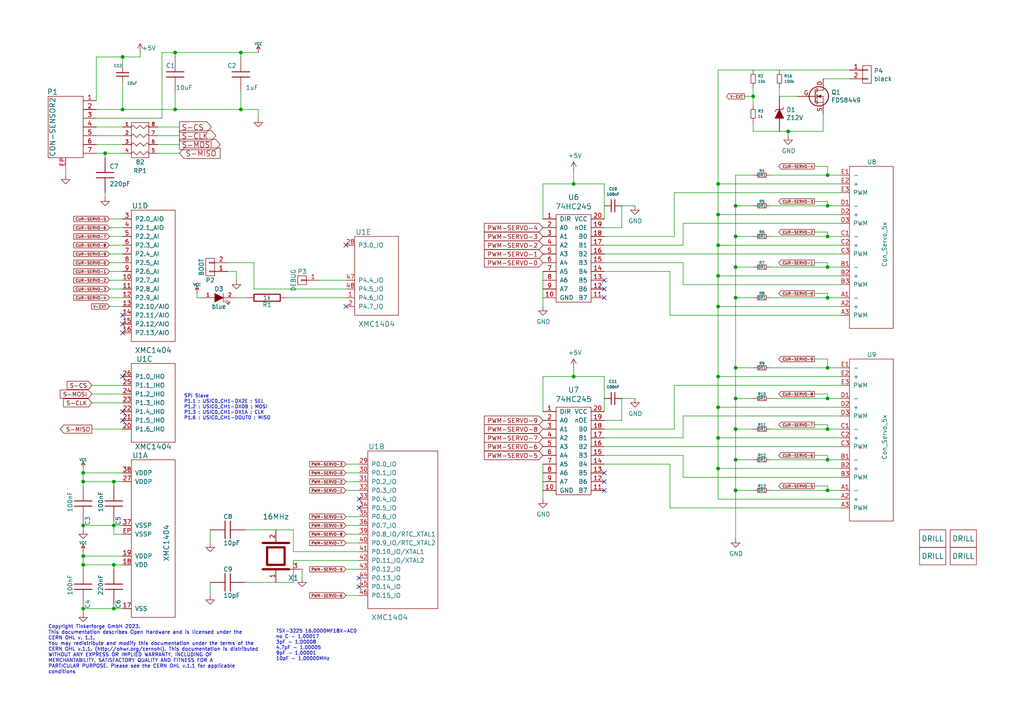
<source format=kicad_sch>
(kicad_sch (version 20230121) (generator eeschema)
  (paper "A4")
  (title_block (title "Servo Bricklet") (date "2023-01-25") (rev "2.0") (company "Tinkerforge GmbH") (comment 1 "Licensed under CERN OHL v.1.1") (comment 2 "Copyright (©) 2023, T.Schneidermann <tim@tinkerforge.com>"))
  (lib_symbols
    (symbol "tinkerforge:+5V" (power) (pin_names (offset 0))
      (property "Value" "+5V" (at 0 3.556 0))
      (symbol "+5V_1_1"
        (pin power_in line (at 0 0 90) (length 0) hide (name "+5V") (number "1"))
      )
    )
    (symbol "tinkerforge:74LVC245" (pin_names (offset 1.016))
      (property "Reference" "U" (at -3.81 13.97 0))
      (property "Value" "74LVC245" (at 0 -13.97 0))
      (symbol "74LVC245_1_1"
        (pin passive line (at -8.89 11.43 0) (length 3.81) (name "DIR") (number "1"))
        (pin passive line (at -8.89 -11.43 0) (length 3.81) (name "GND") (number "10"))
        (pin passive line (at 8.89 -11.43 180) (length 3.81) (name "B7") (number "11"))
        (pin passive line (at 8.89 -8.89 180) (length 3.81) (name "B6") (number "12"))
        (pin passive line (at 8.89 -6.35 180) (length 3.81) (name "B5") (number "13"))
        (pin passive line (at 8.89 -3.81 180) (length 3.81) (name "B4") (number "14"))
        (pin passive line (at 8.89 -1.27 180) (length 3.81) (name "B3") (number "15"))
        (pin passive line (at 8.89 1.27 180) (length 3.81) (name "B2") (number "16"))
        (pin passive line (at 8.89 3.81 180) (length 3.81) (name "B1") (number "17"))
        (pin passive line (at 8.89 6.35 180) (length 3.81) (name "B0") (number "18"))
        (pin passive line (at 8.89 8.89 180) (length 3.81) (name "nOE") (number "19"))
        (pin passive line (at -8.89 8.89 0) (length 3.81) (name "A0") (number "2"))
        (pin passive line (at 8.89 11.43 180) (length 3.81) (name "VCC") (number "20"))
        (pin passive line (at -8.89 6.35 0) (length 3.81) (name "A1") (number "3"))
        (pin passive line (at -8.89 3.81 0) (length 3.81) (name "A2") (number "4"))
        (pin passive line (at -8.89 1.27 0) (length 3.81) (name "A3") (number "5"))
        (pin passive line (at -8.89 -1.27 0) (length 3.81) (name "A4") (number "6"))
        (pin passive line (at -8.89 -3.81 0) (length 3.81) (name "A5") (number "7"))
        (pin passive line (at -8.89 -6.35 0) (length 3.81) (name "A6") (number "8"))
        (pin passive line (at -8.89 -8.89 0) (length 3.81) (name "A7") (number "9"))
      )
    )
    (symbol "tinkerforge:C" (pin_numbers hide) (pin_names (offset 0.254))
      (property "Reference" "C" (at 1.27 2.54 0))
      (property "Value" "C" (at 1.27 -2.54 0))
      (symbol "C_1_1"
        (pin passive line (at 0 5.08 270) (length 4.318) (name "~") (number "1"))
        (pin passive line (at 0 -5.08 90) (length 4.318) (name "~") (number "2"))
      )
    )
    (symbol "tinkerforge:CON-SENSOR2" (pin_names (offset 1.016))
      (property "Reference" "P" (at -3.81 10.16 0))
      (property "Value" "CON-SENSOR2" (at 3.81 0 90))
      (symbol "CON-SENSOR2_1_1"
        (pin passive line (at -8.89 7.62 0) (length 3.81) (name "~") (number "1"))
        (pin passive line (at -8.89 5.08 0) (length 3.81) (name "~") (number "2"))
        (pin passive line (at -8.89 2.54 0) (length 3.81) (name "~") (number "3"))
        (pin passive line (at -8.89 0 0) (length 3.81) (name "~") (number "4"))
        (pin passive line (at -8.89 -2.54 0) (length 3.81) (name "~") (number "5"))
        (pin passive line (at -8.89 -5.08 0) (length 3.81) (name "~") (number "6"))
        (pin passive line (at -8.89 -7.62 0) (length 3.81) (name "~") (number "7"))
        (pin passive line (at 0 -11.43 90) (length 2.54) (name "~") (number "EP"))
      )
    )
    (symbol "tinkerforge:CONN_01X01" (pin_names (offset 1.016) hide)
      (property "Reference" "P" (at 0 2.54 0))
      (property "Value" "CONN_01X01" (at 2.54 0 90))
      (symbol "CONN_01X01_1_1"
        (pin passive line (at -5.08 0 0) (length 3.81) (name "P1") (number "1"))
      )
    )
    (symbol "tinkerforge:CONN_01X02" (pin_names (offset 1.016) hide)
      (property "Reference" "P" (at 0 3.81 0))
      (property "Value" "CONN_01X02" (at 2.54 0 90))
      (symbol "CONN_01X02_1_1"
        (pin passive line (at -5.08 1.27 0) (length 3.81) (name "P1") (number "1"))
        (pin passive line (at -5.08 -1.27 0) (length 3.81) (name "P2") (number "2"))
      )
    )
    (symbol "tinkerforge:CRYSTAL_3225" (pin_names (offset 1.016))
      (property "Reference" "X" (at -5.08 6.35 0))
      (property "Value" "CRYSTAL_3225" (at 6.35 -6.35 0))
      (symbol "CRYSTAL_3225_1_1"
        (pin passive line (at -7.62 0 0) (length 3.81) (name "~") (number "1"))
        (pin passive line (at 7.62 0 180) (length 3.81) (name "~") (number "2"))
        (pin passive line (at -3.81 -7.62 90) (length 3.81) (name "~") (number "3"))
      )
    )
    (symbol "tinkerforge:Con_Servo_5x" (pin_names (offset 1.016))
      (property "Reference" "U" (at 6.35 24.13 0))
      (property "Value" "Con_Servo_5x" (at 8.89 -1.27 90))
      (symbol "Con_Servo_5x_1_1"
        (pin input line (at -2.54 -15.24 0) (length 2.54) (name "-") (number "A1"))
        (pin input line (at -2.54 -17.78 0) (length 2.54) (name "+") (number "A2"))
        (pin input line (at -2.54 -20.32 0) (length 2.54) (name "PWM") (number "A3"))
        (pin input line (at -2.54 -6.35 0) (length 2.54) (name "-") (number "B1"))
        (pin input line (at -2.54 -8.89 0) (length 2.54) (name "+") (number "B2"))
        (pin input line (at -2.54 -11.43 0) (length 2.54) (name "PWM") (number "B3"))
        (pin input line (at -2.54 2.54 0) (length 2.54) (name "-") (number "C1"))
        (pin input line (at -2.54 0 0) (length 2.54) (name "+") (number "C2"))
        (pin input line (at -2.54 -2.54 0) (length 2.54) (name "PWM") (number "C3"))
        (pin input line (at -2.54 11.43 0) (length 2.54) (name "-") (number "D1"))
        (pin input line (at -2.54 8.89 0) (length 2.54) (name "+") (number "D2"))
        (pin input line (at -2.54 6.35 0) (length 2.54) (name "PWM") (number "D3"))
        (pin input line (at -2.54 20.32 0) (length 2.54) (name "-") (number "E1"))
        (pin input line (at -2.54 17.78 0) (length 2.54) (name "+") (number "E2"))
        (pin input line (at -2.54 15.24 0) (length 2.54) (name "PWM") (number "E3"))
      )
    )
    (symbol "tinkerforge:Cs" (pin_numbers hide) (pin_names (offset 0.254))
      (property "Reference" "C" (at 0.635 1.905 0))
      (property "Value" "Cs" (at 0.635 -1.905 0))
      (symbol "Cs_1_1"
        (pin passive line (at 0 2.54 270) (length 2.0066) (name "~") (number "1"))
        (pin passive line (at 0 -2.54 90) (length 2.0066) (name "~") (number "2"))
      )
    )
    (symbol "tinkerforge:DRILL" (pin_numbers hide) (pin_names (offset 0) hide)
      (property "Value" "DRILL" (at 0 0 0))
    )
    (symbol "tinkerforge:GND" (power) (pin_names (offset 0))
      (property "Value" "GND" (at 0 -5.08 0))
      (symbol "GND_1_1"
        (pin power_in line (at 0 0 270) (length 0) hide (name "GND") (number "1"))
      )
    )
    (symbol "tinkerforge:LED" (pin_names (offset 1.016) hide)
      (property "Reference" "D" (at 0 2.54 0))
      (property "Value" "LED" (at 0 -2.54 0))
      (symbol "LED_1_1"
        (pin passive line (at -5.08 0 0) (length 3.81) (name "A") (number "1"))
        (pin passive line (at 5.08 0 180) (length 3.81) (name "K") (number "2"))
      )
    )
    (symbol "tinkerforge:MOSFET_N_CH" (pin_names (offset 0) hide)
      (property "Reference" "Q" (at 7.62 1.27 0))
      (property "Value" "MOSFET_N_CH" (at 17.78 -1.27 0))
      (symbol "MOSFET_N_CH_1_1"
        (pin passive line (at 2.54 5.08 270) (length 2.54) (name "D") (number "D"))
        (pin input line (at -5.08 0 0) (length 5.334) (name "G") (number "G"))
        (pin passive line (at 2.54 -5.08 90) (length 2.54) (name "S") (number "S"))
      )
    )
    (symbol "tinkerforge:R" (pin_numbers hide) (pin_names (offset 0))
      (property "Reference" "R" (at 2.032 0 90))
      (property "Value" "R" (at 0 0 90))
      (symbol "R_1_1"
        (pin passive line (at 0 6.35 270) (length 2.54) (name "~") (number "1"))
        (pin passive line (at 0 -6.35 90) (length 2.54) (name "~") (number "2"))
      )
    )
    (symbol "tinkerforge:R_PACK4" (pin_names hide)
      (property "Reference" "RP" (at 0 11.43 0))
      (property "Value" "R_PACK4" (at 0 -1.27 0))
      (symbol "R_PACK4_1_1"
        (pin passive line (at -5.08 8.89 0) (length 2.54) (name "P1") (number "1"))
        (pin passive line (at -5.08 6.35 0) (length 2.54) (name "P2") (number "2"))
        (pin passive line (at -5.08 3.81 0) (length 2.54) (name "P3") (number "3"))
        (pin passive line (at -5.08 1.27 0) (length 2.54) (name "P4") (number "4"))
        (pin passive line (at 5.08 1.27 180) (length 2.54) (name "R4") (number "5"))
        (pin passive line (at 5.08 3.81 180) (length 2.54) (name "R3") (number "6"))
        (pin passive line (at 5.08 6.35 180) (length 2.54) (name "R2") (number "7"))
        (pin passive line (at 5.08 8.89 180) (length 2.54) (name "R1") (number "8"))
      )
    )
    (symbol "tinkerforge:Rs" (pin_numbers hide) (pin_names (offset 0))
      (property "Reference" "R" (at 1.27 0 90))
      (property "Value" "Rs" (at 0 0 90))
      (symbol "Rs_1_1"
        (pin passive line (at 0 2.54 270) (length 1.27) (name "~") (number "1"))
        (pin passive line (at 0 -2.54 90) (length 1.27) (name "~") (number "2"))
      )
    )
    (symbol "tinkerforge:VCC" (power) (pin_names (offset 0))
      (property "Value" "VCC" (at 0 3.175 0))
      (symbol "VCC_0_0"
        (pin power_in line (at 0 0 90) (length 0) hide (name "VCC") (number "1"))
      )
    )
    (symbol "tinkerforge:XMC1XXX48" (pin_names (offset 1.016))
      (property "Reference" "U" (at -3.81 24.13 0))
      (property "Value" "XMC1XXX48" (at 0 -25.4 0))
      (symbol "XMC1XXX48_1_1"
        (pin passive line (at -8.89 -20.32 0) (length 2.54) (name "VSS") (number "17"))
        (pin passive line (at -8.89 -7.62 0) (length 2.54) (name "VDD") (number "18"))
        (pin passive line (at -8.89 -5.08 0) (length 2.54) (name "VDDP") (number "19"))
        (pin passive line (at -8.89 16.51 0) (length 2.54) (name "VDDP") (number "27"))
        (pin passive line (at -8.89 3.81 0) (length 2.54) (name "VSSP") (number "37"))
        (pin passive line (at -8.89 19.05 0) (length 2.54) (name "VDDP") (number "38"))
        (pin passive line (at -8.89 1.27 0) (length 2.54) (name "VSSP") (number "EP"))
      )
      (symbol "XMC1XXX48_2_1"
        (pin passive line (at -8.89 19.05 0) (length 2.54) (name "P0.0_IO") (number "29"))
        (pin passive line (at -8.89 16.51 0) (length 2.54) (name "P0.1_IO") (number "30"))
        (pin passive line (at -8.89 13.97 0) (length 2.54) (name "P0.2_IO") (number "31"))
        (pin passive line (at -8.89 11.43 0) (length 2.54) (name "P0.3_IO") (number "32"))
        (pin passive line (at -8.89 8.89 0) (length 2.54) (name "P0.4_IO") (number "33"))
        (pin passive line (at -8.89 6.35 0) (length 2.54) (name "P0.5_IO") (number "34"))
        (pin passive line (at -8.89 3.81 0) (length 2.54) (name "P0.6_IO") (number "35"))
        (pin passive line (at -8.89 1.27 0) (length 2.54) (name "P0.7_IO") (number "36"))
        (pin passive line (at -8.89 -1.27 0) (length 2.54) (name "P0.8_IO/RTC_XTAL1") (number "39"))
        (pin passive line (at -8.89 -3.81 0) (length 2.54) (name "P0.9_IO/RTC_XTAL2") (number "40"))
        (pin passive line (at -8.89 -6.35 0) (length 2.54) (name "P0.10_IO/XTAL1") (number "41"))
        (pin passive line (at -8.89 -8.89 0) (length 2.54) (name "P0.11_IO/XTAL2") (number "42"))
        (pin passive line (at -8.89 -11.43 0) (length 2.54) (name "P0.12_IO") (number "43"))
        (pin passive line (at -8.89 -13.97 0) (length 2.54) (name "P0.13_IO") (number "44"))
        (pin passive line (at -8.89 -16.51 0) (length 2.54) (name "P0.14_IO") (number "45"))
        (pin passive line (at -8.89 -19.05 0) (length 2.54) (name "P0.15_IO") (number "46"))
      )
      (symbol "XMC1XXX48_3_1"
        (pin passive line (at -8.89 -7.62 0) (length 2.54) (name "P1.6_IHO") (number "20"))
        (pin passive line (at -8.89 -5.08 0) (length 2.54) (name "P1.5_IHO") (number "21"))
        (pin passive line (at -8.89 -2.54 0) (length 2.54) (name "P1.4_IHO") (number "22"))
        (pin passive line (at -8.89 0 0) (length 2.54) (name "P1.3_IHO") (number "23"))
        (pin passive line (at -8.89 2.54 0) (length 2.54) (name "P1.2_IHO") (number "24"))
        (pin passive line (at -8.89 5.08 0) (length 2.54) (name "P1.1_IHO") (number "25"))
        (pin passive line (at -8.89 7.62 0) (length 2.54) (name "P1.0_IHO") (number "26"))
      )
      (symbol "XMC1XXX48_4_1"
        (pin passive line (at -8.89 -5.08 0) (length 2.54) (name "P2.7_AI") (number "10"))
        (pin passive line (at -8.89 -7.62 0) (length 2.54) (name "P2.8_AI") (number "11"))
        (pin passive line (at -8.89 -10.16 0) (length 2.54) (name "P2.9_AI") (number "12"))
        (pin passive line (at -8.89 -12.7 0) (length 2.54) (name "P2.10/AIO") (number "13"))
        (pin passive line (at -8.89 -15.24 0) (length 2.54) (name "P2.11/AIO") (number "14"))
        (pin passive line (at -8.89 -17.78 0) (length 2.54) (name "P2.12/AIO") (number "15"))
        (pin passive line (at -8.89 -20.32 0) (length 2.54) (name "P2.13/AIO") (number "16"))
        (pin passive line (at -8.89 12.7 0) (length 2.54) (name "P2.0_AIO") (number "3"))
        (pin passive line (at -8.89 10.16 0) (length 2.54) (name "P2.1_AIO") (number "4"))
        (pin passive line (at -8.89 7.62 0) (length 2.54) (name "P2.2_AI") (number "5"))
        (pin passive line (at -8.89 5.08 0) (length 2.54) (name "P2.3_AI") (number "6"))
        (pin passive line (at -8.89 2.54 0) (length 2.54) (name "P2.4_AI") (number "7"))
        (pin passive line (at -8.89 0 0) (length 2.54) (name "P2.5_AI") (number "8"))
        (pin passive line (at -8.89 -2.54 0) (length 2.54) (name "P2.6_AI") (number "9"))
      )
      (symbol "XMC1XXX48_5_1"
        (pin passive line (at -8.89 -7.62 0) (length 2.54) (name "P4.6_IO") (number "1"))
        (pin passive line (at -8.89 -10.16 0) (length 2.54) (name "P4.7_IO") (number "2"))
        (pin passive line (at -8.89 7.62 0) (length 2.54) (name "P3.0_IO") (number "28"))
        (pin passive line (at -8.89 -2.54 0) (length 2.54) (name "P4.4_IO") (number "47"))
        (pin passive line (at -8.89 -5.08 0) (length 2.54) (name "P4.5_IO") (number "48"))
      )
    )
    (symbol "tinkerforge:ZENER" (pin_numbers hide) (pin_names (offset 1.016) hide)
      (property "Reference" "D" (at 0 2.54 0))
      (property "Value" "ZENER" (at 0 -2.54 0))
      (symbol "ZENER_1_1"
        (pin passive line (at 5.08 0 180) (length 3.81) (name "A") (number "1"))
        (pin passive line (at -5.08 0 0) (length 3.81) (name "K") (number "2"))
      )
    )
  )
  (junction (at 213.36 77.47))
  (junction (at 208.28 71.12))
  (junction (at 218.44 27.94))
  (junction (at 35.56 16.51))
  (junction (at 24.13 139.7))
  (junction (at 240.03 68.58))
  (junction (at 24.13 176.53))
  (junction (at 30.48 44.45))
  (junction (at 240.03 124.46))
  (junction (at 213.36 124.46))
  (junction (at 240.03 59.69))
  (junction (at 50.8 15.24))
  (junction (at 166.37 53.34))
  (junction (at 213.36 86.36))
  (junction (at 208.28 118.11))
  (junction (at 240.03 142.24))
  (junction (at 208.28 109.22))
  (junction (at 69.85 15.24))
  (junction (at 240.03 77.47))
  (junction (at 240.03 133.35))
  (junction (at 240.03 50.8))
  (junction (at 24.13 152.4))
  (junction (at 213.36 106.68))
  (junction (at 69.85 31.75))
  (junction (at 35.56 31.75))
  (junction (at 240.03 86.36))
  (junction (at 24.13 161.29))
  (junction (at 33.02 163.83))
  (junction (at 213.36 142.24))
  (junction (at 208.28 88.9))
  (junction (at 208.28 135.89))
  (junction (at 50.8 31.75))
  (junction (at 240.03 106.68))
  (junction (at 213.36 115.57))
  (junction (at 33.02 152.4))
  (junction (at 228.6 38.1))
  (junction (at 208.28 127))
  (junction (at 24.13 137.16))
  (junction (at 213.36 133.35))
  (junction (at 240.03 115.57))
  (junction (at 166.37 109.22))
  (junction (at 208.28 53.34))
  (junction (at 213.36 59.69))
  (junction (at 24.13 163.83))
  (junction (at 33.02 176.53))
  (junction (at 208.28 80.01))
  (junction (at 213.36 68.58))
  (junction (at 33.02 139.7))
  (junction (at 208.28 62.23))
  (no_connect (at 175.26 139.7))
  (no_connect (at 100.33 88.9))
  (no_connect (at 175.26 137.16))
  (no_connect (at 35.56 109.22))
  (no_connect (at 104.14 167.64))
  (no_connect (at 35.56 119.38))
  (no_connect (at 35.56 93.98))
  (no_connect (at 35.56 121.92))
  (no_connect (at 104.14 144.78))
  (no_connect (at 35.56 91.44))
  (no_connect (at 175.26 86.36))
  (no_connect (at 100.33 71.12))
  (no_connect (at 104.14 170.18))
  (no_connect (at 104.14 147.32))
  (no_connect (at 175.26 81.28))
  (no_connect (at 175.26 142.24))
  (no_connect (at 35.56 96.52))
  (no_connect (at 175.26 83.82))
  (wire (pts (xy 243.84 82.55) (xy 198.12 82.55)))
  (wire (pts (xy 236.22 114.3) (xy 240.03 114.3)))
  (wire (pts (xy 240.03 114.3) (xy 240.03 115.57)))
  (wire (pts (xy 213.36 115.57) (xy 213.36 106.68)))
  (wire (pts (xy 35.56 24.13) (xy 35.56 31.75)))
  (wire (pts (xy 236.22 85.09) (xy 240.03 85.09)))
  (wire (pts (xy 50.8 15.24) (xy 50.8 16.51)))
  (wire (pts (xy 24.13 152.4) (xy 24.13 153.67)))
  (wire (pts (xy 226.06 25.4) (xy 226.06 27.94)))
  (wire (pts (xy 35.56 137.16) (xy 24.13 137.16)))
  (wire (pts (xy 157.48 53.34) (xy 166.37 53.34)))
  (wire (pts (xy 236.22 58.42) (xy 240.03 58.42)))
  (wire (pts (xy 238.76 38.1) (xy 228.6 38.1)))
  (wire (pts (xy 243.84 133.35) (xy 240.03 133.35)))
  (wire (pts (xy 33.02 176.53) (xy 33.02 175.26)))
  (wire (pts (xy 198.12 138.43) (xy 198.12 132.08)))
  (wire (pts (xy 175.26 129.54) (xy 243.84 129.54)))
  (wire (pts (xy 50.8 31.75) (xy 50.8 26.67)))
  (wire (pts (xy 50.8 31.75) (xy 69.85 31.75)))
  (wire (pts (xy 208.28 109.22) (xy 208.28 118.11)))
  (wire (pts (xy 40.64 16.51) (xy 40.64 15.24)))
  (wire (pts (xy 213.36 59.69) (xy 213.36 50.8)))
  (wire (pts (xy 208.28 80.01) (xy 208.28 88.9)))
  (wire (pts (xy 175.26 127) (xy 198.12 127)))
  (wire (pts (xy 208.28 144.78) (xy 243.84 144.78)))
  (wire (pts (xy 27.94 34.29) (xy 46.99 34.29)))
  (wire (pts (xy 240.03 67.31) (xy 240.03 68.58)))
  (wire (pts (xy 243.84 88.9) (xy 208.28 88.9)))
  (wire (pts (xy 31.75 83.82) (xy 35.56 83.82)))
  (wire (pts (xy 236.22 76.2) (xy 240.03 76.2)))
  (wire (pts (xy 240.03 77.47) (xy 243.84 77.47)))
  (wire (pts (xy 223.52 142.24) (xy 240.03 142.24)))
  (wire (pts (xy 208.28 62.23) (xy 208.28 71.12)))
  (wire (pts (xy 236.22 67.31) (xy 240.03 67.31)))
  (wire (pts (xy 231.14 27.94) (xy 226.06 27.94)))
  (wire (pts (xy 52.07 39.37) (xy 45.72 39.37)))
  (wire (pts (xy 195.58 124.46) (xy 175.26 124.46)))
  (wire (pts (xy 243.84 138.43) (xy 198.12 138.43)))
  (wire (pts (xy 175.26 71.12) (xy 198.12 71.12)))
  (wire (pts (xy 33.02 151.13) (xy 33.02 152.4)))
  (wire (pts (xy 236.22 48.26) (xy 240.03 48.26)))
  (wire (pts (xy 166.37 109.22) (xy 175.26 109.22)))
  (wire (pts (xy 198.12 82.55) (xy 198.12 76.2)))
  (wire (pts (xy 208.28 53.34) (xy 208.28 62.23)))
  (wire (pts (xy 27.94 39.37) (xy 35.56 39.37)))
  (wire (pts (xy 31.75 88.9) (xy 35.56 88.9)))
  (wire (pts (xy 175.26 73.66) (xy 243.84 73.66)))
  (wire (pts (xy 236.22 123.19) (xy 240.03 123.19)))
  (wire (pts (xy 236.22 140.97) (xy 240.03 140.97)))
  (wire (pts (xy 33.02 176.53) (xy 35.56 176.53)))
  (wire (pts (xy 100.33 165.1) (xy 104.14 165.1)))
  (wire (pts (xy 71.12 168.91) (xy 85.09 168.91)))
  (wire (pts (xy 66.04 78.74) (xy 68.58 78.74)))
  (wire (pts (xy 175.26 66.04) (xy 180.34 66.04)))
  (wire (pts (xy 100.33 157.48) (xy 104.14 157.48)))
  (wire (pts (xy 104.14 137.16) (xy 100.33 137.16)))
  (wire (pts (xy 215.9 27.94) (xy 218.44 27.94)))
  (wire (pts (xy 24.13 151.13) (xy 24.13 152.4)))
  (wire (pts (xy 87.63 167.64) (xy 87.63 165.1)))
  (wire (pts (xy 240.03 115.57) (xy 243.84 115.57)))
  (wire (pts (xy 198.12 76.2) (xy 175.26 76.2)))
  (wire (pts (xy 175.26 134.62) (xy 194.31 134.62)))
  (wire (pts (xy 240.03 86.36) (xy 223.52 86.36)))
  (wire (pts (xy 27.94 29.21) (xy 27.94 16.51)))
  (wire (pts (xy 194.31 134.62) (xy 194.31 147.32)))
  (wire (pts (xy 240.03 59.69) (xy 243.84 59.69)))
  (wire (pts (xy 243.84 135.89) (xy 208.28 135.89)))
  (wire (pts (xy 50.8 15.24) (xy 69.85 15.24)))
  (wire (pts (xy 175.26 78.74) (xy 194.31 78.74)))
  (wire (pts (xy 218.44 38.1) (xy 228.6 38.1)))
  (wire (pts (xy 218.44 115.57) (xy 213.36 115.57)))
  (wire (pts (xy 166.37 49.53) (xy 166.37 53.34)))
  (wire (pts (xy 100.33 149.86) (xy 104.14 149.86)))
  (wire (pts (xy 33.02 163.83) (xy 35.56 163.83)))
  (wire (pts (xy 71.12 86.36) (xy 68.58 86.36)))
  (wire (pts (xy 243.84 50.8) (xy 240.03 50.8)))
  (wire (pts (xy 240.03 142.24) (xy 243.84 142.24)))
  (wire (pts (xy 194.31 91.44) (xy 243.84 91.44)))
  (wire (pts (xy 223.52 106.68) (xy 240.03 106.68)))
  (wire (pts (xy 218.44 106.68) (xy 213.36 106.68)))
  (wire (pts (xy 194.31 147.32) (xy 243.84 147.32)))
  (wire (pts (xy 208.28 62.23) (xy 243.84 62.23)))
  (wire (pts (xy 195.58 68.58) (xy 175.26 68.58)))
  (wire (pts (xy 213.36 86.36) (xy 213.36 77.47)))
  (wire (pts (xy 24.13 139.7) (xy 24.13 140.97)))
  (wire (pts (xy 213.36 124.46) (xy 218.44 124.46)))
  (wire (pts (xy 33.02 139.7) (xy 33.02 140.97)))
  (wire (pts (xy 35.56 161.29) (xy 24.13 161.29)))
  (wire (pts (xy 45.72 36.83) (xy 52.07 36.83)))
  (wire (pts (xy 218.44 77.47) (xy 213.36 77.47)))
  (wire (pts (xy 104.14 154.94) (xy 100.33 154.94)))
  (wire (pts (xy 100.33 134.62) (xy 104.14 134.62)))
  (wire (pts (xy 213.36 124.46) (xy 213.36 115.57)))
  (wire (pts (xy 208.28 20.32) (xy 246.38 20.32)))
  (wire (pts (xy 243.84 127) (xy 208.28 127)))
  (wire (pts (xy 213.36 142.24) (xy 213.36 156.21)))
  (wire (pts (xy 85.09 168.91) (xy 85.09 162.56)))
  (wire (pts (xy 85.09 160.02) (xy 104.14 160.02)))
  (wire (pts (xy 243.84 86.36) (xy 240.03 86.36)))
  (wire (pts (xy 83.82 86.36) (xy 100.33 86.36)))
  (wire (pts (xy 213.36 77.47) (xy 213.36 68.58)))
  (wire (pts (xy 195.58 55.88) (xy 195.58 68.58)))
  (wire (pts (xy 73.66 76.2) (xy 66.04 76.2)))
  (wire (pts (xy 33.02 152.4) (xy 24.13 152.4)))
  (wire (pts (xy 33.02 139.7) (xy 35.56 139.7)))
  (wire (pts (xy 35.56 68.58) (xy 31.75 68.58)))
  (wire (pts (xy 243.84 71.12) (xy 208.28 71.12)))
  (wire (pts (xy 240.03 106.68) (xy 243.84 106.68)))
  (wire (pts (xy 240.03 58.42) (xy 240.03 59.69)))
  (wire (pts (xy 58.42 86.36) (xy 57.15 86.36)))
  (wire (pts (xy 69.85 15.24) (xy 74.93 15.24)))
  (wire (pts (xy 35.56 31.75) (xy 50.8 31.75)))
  (wire (pts (xy 104.14 152.4) (xy 100.33 152.4)))
  (wire (pts (xy 236.22 132.08) (xy 240.03 132.08)))
  (wire (pts (xy 26.67 111.76) (xy 35.56 111.76)))
  (wire (pts (xy 218.44 86.36) (xy 213.36 86.36)))
  (wire (pts (xy 240.03 68.58) (xy 243.84 68.58)))
  (wire (pts (xy 157.48 78.74) (xy 157.48 88.9)))
  (wire (pts (xy 238.76 33.02) (xy 238.76 38.1)))
  (wire (pts (xy 218.44 27.94) (xy 218.44 30.48)))
  (wire (pts (xy 243.84 118.11) (xy 208.28 118.11)))
  (wire (pts (xy 180.34 115.57) (xy 180.34 121.92)))
  (wire (pts (xy 24.13 176.53) (xy 33.02 176.53)))
  (wire (pts (xy 26.67 114.3) (xy 35.56 114.3)))
  (wire (pts (xy 195.58 111.76) (xy 195.58 124.46)))
  (wire (pts (xy 208.28 118.11) (xy 208.28 127)))
  (wire (pts (xy 208.28 127) (xy 208.28 135.89)))
  (wire (pts (xy 213.36 133.35) (xy 213.36 124.46)))
  (wire (pts (xy 85.09 153.67) (xy 85.09 160.02)))
  (wire (pts (xy 104.14 162.56) (xy 85.09 162.56)))
  (wire (pts (xy 73.66 83.82) (xy 100.33 83.82)))
  (wire (pts (xy 100.33 172.72) (xy 104.14 172.72)))
  (wire (pts (xy 223.52 59.69) (xy 240.03 59.69)))
  (wire (pts (xy 198.12 127) (xy 198.12 120.65)))
  (wire (pts (xy 223.52 68.58) (xy 240.03 68.58)))
  (wire (pts (xy 24.13 135.89) (xy 24.13 137.16)))
  (wire (pts (xy 31.75 76.2) (xy 35.56 76.2)))
  (wire (pts (xy 218.44 133.35) (xy 213.36 133.35)))
  (wire (pts (xy 240.03 132.08) (xy 240.03 133.35)))
  (wire (pts (xy 60.96 172.72) (xy 60.96 168.91)))
  (wire (pts (xy 228.6 39.37) (xy 228.6 38.1)))
  (wire (pts (xy 30.48 44.45) (xy 35.56 44.45)))
  (wire (pts (xy 184.15 59.69) (xy 180.34 59.69)))
  (wire (pts (xy 69.85 16.51) (xy 69.85 15.24)))
  (wire (pts (xy 73.66 76.2) (xy 73.66 83.82)))
  (wire (pts (xy 35.56 16.51) (xy 40.64 16.51)))
  (wire (pts (xy 208.28 109.22) (xy 243.84 109.22)))
  (wire (pts (xy 198.12 132.08) (xy 175.26 132.08)))
  (wire (pts (xy 240.03 85.09) (xy 240.03 86.36)))
  (wire (pts (xy 57.15 86.36) (xy 57.15 85.09)))
  (wire (pts (xy 180.34 66.04) (xy 180.34 59.69)))
  (wire (pts (xy 246.38 22.86) (xy 238.76 22.86)))
  (wire (pts (xy 218.44 68.58) (xy 213.36 68.58)))
  (wire (pts (xy 240.03 104.14) (xy 240.03 106.68)))
  (wire (pts (xy 166.37 106.68) (xy 166.37 109.22)))
  (wire (pts (xy 243.84 53.34) (xy 208.28 53.34)))
  (wire (pts (xy 213.36 142.24) (xy 218.44 142.24)))
  (wire (pts (xy 240.03 50.8) (xy 223.52 50.8)))
  (wire (pts (xy 213.36 133.35) (xy 213.36 142.24)))
  (wire (pts (xy 240.03 133.35) (xy 223.52 133.35)))
  (wire (pts (xy 30.48 45.72) (xy 30.48 44.45)))
  (wire (pts (xy 31.75 71.12) (xy 35.56 71.12)))
  (wire (pts (xy 240.03 140.97) (xy 240.03 142.24)))
  (wire (pts (xy 26.67 116.84) (xy 35.56 116.84)))
  (wire (pts (xy 218.44 50.8) (xy 213.36 50.8)))
  (wire (pts (xy 35.56 19.05) (xy 35.56 16.51)))
  (wire (pts (xy 68.58 78.74) (xy 68.58 81.28)))
  (wire (pts (xy 33.02 163.83) (xy 33.02 165.1)))
  (wire (pts (xy 60.96 157.48) (xy 60.96 153.67)))
  (wire (pts (xy 35.56 63.5) (xy 31.75 63.5)))
  (wire (pts (xy 175.26 53.34) (xy 175.26 63.5)))
  (wire (pts (xy 240.03 124.46) (xy 243.84 124.46)))
  (wire (pts (xy 223.52 124.46) (xy 240.03 124.46)))
  (wire (pts (xy 236.22 104.14) (xy 240.03 104.14)))
  (wire (pts (xy 198.12 71.12) (xy 198.12 64.77)))
  (wire (pts (xy 31.75 86.36) (xy 35.56 86.36)))
  (wire (pts (xy 24.13 163.83) (xy 24.13 165.1)))
  (wire (pts (xy 24.13 176.53) (xy 24.13 177.8)))
  (wire (pts (xy 184.15 115.57) (xy 180.34 115.57)))
  (wire (pts (xy 175.26 109.22) (xy 175.26 119.38)))
  (wire (pts (xy 74.93 31.75) (xy 74.93 34.29)))
  (wire (pts (xy 100.33 81.28) (xy 92.71 81.28)))
  (wire (pts (xy 24.13 175.26) (xy 24.13 176.53)))
  (wire (pts (xy 166.37 53.34) (xy 175.26 53.34)))
  (wire (pts (xy 31.75 81.28) (xy 35.56 81.28)))
  (wire (pts (xy 240.03 48.26) (xy 240.03 50.8)))
  (wire (pts (xy 243.84 111.76) (xy 195.58 111.76)))
  (wire (pts (xy 24.13 163.83) (xy 33.02 163.83)))
  (wire (pts (xy 218.44 59.69) (xy 213.36 59.69)))
  (wire (pts (xy 71.12 153.67) (xy 85.09 153.67)))
  (wire (pts (xy 223.52 77.47) (xy 240.03 77.47)))
  (wire (pts (xy 100.33 139.7) (xy 104.14 139.7)))
  (wire (pts (xy 31.75 66.04) (xy 35.56 66.04)))
  (wire (pts (xy 180.34 121.92) (xy 175.26 121.92)))
  (wire (pts (xy 33.02 152.4) (xy 33.02 154.94)))
  (wire (pts (xy 208.28 80.01) (xy 243.84 80.01)))
  (wire (pts (xy 24.13 160.02) (xy 24.13 161.29)))
  (wire (pts (xy 208.28 20.32) (xy 208.28 53.34)))
  (wire (pts (xy 240.03 123.19) (xy 240.03 124.46)))
  (wire (pts (xy 27.94 41.91) (xy 35.56 41.91)))
  (wire (pts (xy 27.94 36.83) (xy 35.56 36.83)))
  (wire (pts (xy 213.36 106.68) (xy 213.36 86.36)))
  (wire (pts (xy 26.67 124.46) (xy 35.56 124.46)))
  (wire (pts (xy 198.12 64.77) (xy 243.84 64.77)))
  (wire (pts (xy 157.48 119.38) (xy 157.48 109.22)))
  (wire (pts (xy 194.31 78.74) (xy 194.31 91.44)))
  (wire (pts (xy 208.28 71.12) (xy 208.28 80.01)))
  (wire (pts (xy 208.28 88.9) (xy 208.28 109.22)))
  (wire (pts (xy 45.72 41.91) (xy 52.07 41.91)))
  (wire (pts (xy 52.07 44.45) (xy 45.72 44.45)))
  (wire (pts (xy 104.14 142.24) (xy 100.33 142.24)))
  (wire (pts (xy 157.48 134.62) (xy 157.48 144.78)))
  (wire (pts (xy 27.94 16.51) (xy 35.56 16.51)))
  (wire (pts (xy 46.99 34.29) (xy 46.99 15.24)))
  (wire (pts (xy 27.94 44.45) (xy 30.48 44.45)))
  (wire (pts (xy 69.85 26.67) (xy 69.85 31.75)))
  (wire (pts (xy 46.99 15.24) (xy 50.8 15.24)))
  (wire (pts (xy 24.13 139.7) (xy 33.02 139.7)))
  (wire (pts (xy 35.56 78.74) (xy 31.75 78.74)))
  (wire (pts (xy 19.05 50.8) (xy 19.05 48.26)))
  (wire (pts (xy 24.13 161.29) (xy 24.13 163.83)))
  (wire (pts (xy 198.12 120.65) (xy 243.84 120.65)))
  (wire (pts (xy 218.44 35.56) (xy 218.44 38.1)))
  (wire (pts (xy 69.85 31.75) (xy 74.93 31.75)))
  (wire (pts (xy 27.94 31.75) (xy 35.56 31.75)))
  (wire (pts (xy 208.28 135.89) (xy 208.28 144.78)))
  (wire (pts (xy 35.56 73.66) (xy 31.75 73.66)))
  (wire (pts (xy 243.84 55.88) (xy 195.58 55.88)))
  (wire (pts (xy 218.44 25.4) (xy 218.44 27.94)))
  (wire (pts (xy 213.36 68.58) (xy 213.36 59.69)))
  (wire (pts (xy 33.02 154.94) (xy 35.56 154.94)))
  (wire (pts (xy 157.48 63.5) (xy 157.48 53.34)))
  (wire (pts (xy 35.56 152.4) (xy 33.02 152.4)))
  (wire (pts (xy 157.48 109.22) (xy 166.37 109.22)))
  (wire (pts (xy 24.13 137.16) (xy 24.13 139.7)))
  (wire (pts (xy 240.03 76.2) (xy 240.03 77.47)))
  (wire (pts (xy 30.48 55.88) (xy 30.48 57.15)))
  (wire (pts (xy 223.52 115.57) (xy 240.03 115.57)))
  (text "SPI Slave\nP1.1 : USIC0_CH1-DX2E : SEL\nP1.2 : USIC0_CH1-DX0B : MOSI\nP1.3 : USIC0_CH1-DX1A : CLK\nP1.6 : USIC0_CH1-DOUT0 : MISO" (at 53.34 121.92 0) (effects (font (size 0.9906 0.9906)) (justify left bottom)))
  (text "TSX-3225 16.0000MF18X-AC0\nno C - 1,00017\n3pF - 1,00008\n4.7pF - 1,00005\n9pF - 1,00001\n10pF - 1,00000MHz" (at 80.01 191.77 0) (effects (font (size 0.9906 0.9906)) (justify left bottom)))
  (text "Copyright Tinkerforge GmbH 2023.\nThis documentation describes Open Hardware and is licensed under the\nCERN OHL v. 1.1.\nYou may redistribute and modify this documentation under the terms of the\nCERN OHL v.1.1. (http://ohwr.org/cernohl). This documentation is distributed\nWITHOUT ANY EXPRESS OR IMPLIED WARRANTY, INCLUDING OF\nMERCHANTABILITY, SATISFACTORY QUALITY AND FITNESS FOR A\nPARTICULAR PURPOSE. Please see the CERN OHL v.1.1 for applicable\nconditions\n" (at 13.97 195.58 0) (effects (font (size 1.016 1.016)) (justify left bottom)))
  (global_label "PWM-SERVO-9" (shape input) (at 100.33 152.4 180) (effects (font (size 0.7874 0.7874))) (property "Intersheetrefs" "${INTERSHEET_REFS}" (effects hide)))
  (global_label "CUR-SERVO-2" (shape input) (at 31.75 81.28 180) (effects (font (size 0.7874 0.7874))) (property "Intersheetrefs" "${INTERSHEET_REFS}" (effects hide)))
  (global_label "S-CS" (shape input) (at 26.67 111.76 180) (effects (font (size 1.1938 1.1938))) (property "Intersheetrefs" "${INTERSHEET_REFS}" (effects hide)))
  (global_label "PWM-SERVO-8" (shape input) (at 100.33 154.94 180) (effects (font (size 0.7874 0.7874))) (property "Intersheetrefs" "${INTERSHEET_REFS}" (effects hide)))
  (global_label "S-CLK" (shape output) (at 52.07 39.37 0) (effects (font (size 1.524 1.524))) (property "Intersheetrefs" "${INTERSHEET_REFS}" (effects hide)))
  (global_label "S-CLK" (shape input) (at 26.67 116.84 180) (effects (font (size 1.1938 1.1938))) (property "Intersheetrefs" "${INTERSHEET_REFS}" (effects hide)))
  (global_label "CUR-SERVO-3" (shape output) (at 236.22 58.42 180) (effects (font (size 0.7874 0.7874))) (property "Intersheetrefs" "${INTERSHEET_REFS}" (effects hide)))
  (global_label "CUR-SERVO-0" (shape output) (at 236.22 85.09 180) (effects (font (size 0.7874 0.7874))) (property "Intersheetrefs" "${INTERSHEET_REFS}" (effects hide)))
  (global_label "V-EXT" (shape input) (at 31.75 88.9 180) (effects (font (size 0.7874 0.7874))) (property "Intersheetrefs" "${INTERSHEET_REFS}" (effects hide)))
  (global_label "PWM-SERVO-2" (shape input) (at 157.48 71.12 180) (property "Intersheetrefs" "${INTERSHEET_REFS}" (effects hide)))
  (global_label "PWM-SERVO-1" (shape input) (at 157.48 73.66 180) (property "Intersheetrefs" "${INTERSHEET_REFS}" (effects hide)))
  (global_label "PWM-SERVO-6" (shape input) (at 157.48 129.54 180) (property "Intersheetrefs" "${INTERSHEET_REFS}" (effects hide)))
  (global_label "CUR-SERVO-9" (shape input) (at 31.75 73.66 180) (effects (font (size 0.7874 0.7874))) (property "Intersheetrefs" "${INTERSHEET_REFS}" (effects hide)))
  (global_label "S-CS" (shape output) (at 52.07 36.83 0) (effects (font (size 1.524 1.524))) (property "Intersheetrefs" "${INTERSHEET_REFS}" (effects hide)))
  (global_label "CUR-SERVO-7" (shape output) (at 236.22 123.19 180) (effects (font (size 0.7874 0.7874))) (property "Intersheetrefs" "${INTERSHEET_REFS}" (effects hide)))
  (global_label "PWM-SERVO-2" (shape input) (at 100.33 139.7 180) (effects (font (size 0.7874 0.7874))) (property "Intersheetrefs" "${INTERSHEET_REFS}" (effects hide)))
  (global_label "CUR-SERVO-8" (shape output) (at 236.22 114.3 180) (effects (font (size 0.7874 0.7874))) (property "Intersheetrefs" "${INTERSHEET_REFS}" (effects hide)))
  (global_label "CUR-SERVO-9" (shape output) (at 236.22 104.14 180) (effects (font (size 0.7874 0.7874))) (property "Intersheetrefs" "${INTERSHEET_REFS}" (effects hide)))
  (global_label "PWM-SERVO-5" (shape input) (at 100.33 165.1 180) (effects (font (size 0.7874 0.7874))) (property "Intersheetrefs" "${INTERSHEET_REFS}" (effects hide)))
  (global_label "PWM-SERVO-0" (shape input) (at 100.33 137.16 180) (effects (font (size 0.7874 0.7874))) (property "Intersheetrefs" "${INTERSHEET_REFS}" (effects hide)))
  (global_label "PWM-SERVO-0" (shape input) (at 157.48 76.2 180) (property "Intersheetrefs" "${INTERSHEET_REFS}" (effects hide)))
  (global_label "CUR-SERVO-1" (shape output) (at 236.22 76.2 180) (effects (font (size 0.7874 0.7874))) (property "Intersheetrefs" "${INTERSHEET_REFS}" (effects hide)))
  (global_label "CUR-SERVO-1" (shape input) (at 31.75 78.74 180) (effects (font (size 0.7874 0.7874))) (property "Intersheetrefs" "${INTERSHEET_REFS}" (effects hide)))
  (global_label "CUR-SERVO-8" (shape input) (at 31.75 71.12 180) (effects (font (size 0.7874 0.7874))) (property "Intersheetrefs" "${INTERSHEET_REFS}" (effects hide)))
  (global_label "CUR-SERVO-6" (shape output) (at 236.22 132.08 180) (effects (font (size 0.7874 0.7874))) (property "Intersheetrefs" "${INTERSHEET_REFS}" (effects hide)))
  (global_label "S-MISO" (shape input) (at 52.07 44.45 0) (effects (font (size 1.524 1.524))) (property "Intersheetrefs" "${INTERSHEET_REFS}" (effects hide)))
  (global_label "PWM-SERVO-6" (shape input) (at 100.33 172.72 180) (effects (font (size 0.7874 0.7874))) (property "Intersheetrefs" "${INTERSHEET_REFS}" (effects hide)))
  (global_label "CUR-SERVO-6" (shape input) (at 31.75 66.04 180) (effects (font (size 0.7874 0.7874))) (property "Intersheetrefs" "${INTERSHEET_REFS}" (effects hide)))
  (global_label "CUR-SERVO-0" (shape input) (at 31.75 76.2 180) (effects (font (size 0.7874 0.7874))) (property "Intersheetrefs" "${INTERSHEET_REFS}" (effects hide)))
  (global_label "PWM-SERVO-1" (shape input) (at 100.33 142.24 180) (effects (font (size 0.7874 0.7874))) (property "Intersheetrefs" "${INTERSHEET_REFS}" (effects hide)))
  (global_label "CUR-SERVO-7" (shape input) (at 31.75 68.58 180) (effects (font (size 0.7874 0.7874))) (property "Intersheetrefs" "${INTERSHEET_REFS}" (effects hide)))
  (global_label "CUR-SERVO-5" (shape output) (at 236.22 140.97 180) (effects (font (size 0.7874 0.7874))) (property "Intersheetrefs" "${INTERSHEET_REFS}" (effects hide)))
  (global_label "V-EXT" (shape output) (at 215.9 27.94 180) (effects (font (size 0.7874 0.7874))) (property "Intersheetrefs" "${INTERSHEET_REFS}" (effects hide)))
  (global_label "S-MISO" (shape output) (at 26.67 124.46 180) (effects (font (size 1.1938 1.1938))) (property "Intersheetrefs" "${INTERSHEET_REFS}" (effects hide)))
  (global_label "PWM-SERVO-4" (shape input) (at 100.33 149.86 180) (effects (font (size 0.7874 0.7874))) (property "Intersheetrefs" "${INTERSHEET_REFS}" (effects hide)))
  (global_label "CUR-SERVO-4" (shape output) (at 236.22 48.26 180) (effects (font (size 0.7874 0.7874))) (property "Intersheetrefs" "${INTERSHEET_REFS}" (effects hide)))
  (global_label "PWM-SERVO-5" (shape input) (at 157.48 132.08 180) (property "Intersheetrefs" "${INTERSHEET_REFS}" (effects hide)))
  (global_label "CUR-SERVO-4" (shape input) (at 31.75 86.36 180) (effects (font (size 0.7874 0.7874))) (property "Intersheetrefs" "${INTERSHEET_REFS}" (effects hide)))
  (global_label "PWM-SERVO-4" (shape input) (at 157.48 66.04 180) (property "Intersheetrefs" "${INTERSHEET_REFS}" (effects hide)))
  (global_label "PWM-SERVO-3" (shape input) (at 100.33 134.62 180) (effects (font (size 0.7874 0.7874))) (property "Intersheetrefs" "${INTERSHEET_REFS}" (effects hide)))
  (global_label "PWM-SERVO-3" (shape input) (at 157.48 68.58 180) (property "Intersheetrefs" "${INTERSHEET_REFS}" (effects hide)))
  (global_label "CUR-SERVO-5" (shape input) (at 31.75 63.5 180) (effects (font (size 0.7874 0.7874))) (property "Intersheetrefs" "${INTERSHEET_REFS}" (effects hide)))
  (global_label "PWM-SERVO-7" (shape input) (at 157.48 127 180) (property "Intersheetrefs" "${INTERSHEET_REFS}" (effects hide)))
  (global_label "S-MOSI" (shape output) (at 52.07 41.91 0) (effects (font (size 1.524 1.524))) (property "Intersheetrefs" "${INTERSHEET_REFS}" (effects hide)))
  (global_label "PWM-SERVO-8" (shape input) (at 157.48 124.46 180) (property "Intersheetrefs" "${INTERSHEET_REFS}" (effects hide)))
  (global_label "CUR-SERVO-3" (shape input) (at 31.75 83.82 180) (effects (font (size 0.7874 0.7874))) (property "Intersheetrefs" "${INTERSHEET_REFS}" (effects hide)))
  (global_label "S-MOSI" (shape input) (at 26.67 114.3 180) (effects (font (size 1.1938 1.1938))) (property "Intersheetrefs" "${INTERSHEET_REFS}" (effects hide)))
  (global_label "PWM-SERVO-9" (shape input) (at 157.48 121.92 180) (property "Intersheetrefs" "${INTERSHEET_REFS}" (effects hide)))
  (global_label "PWM-SERVO-7" (shape input) (at 100.33 157.48 180) (effects (font (size 0.7874 0.7874))) (property "Intersheetrefs" "${INTERSHEET_REFS}" (effects hide)))
  (global_label "CUR-SERVO-2" (shape output) (at 236.22 67.31 180) (effects (font (size 0.7874 0.7874))) (property "Intersheetrefs" "${INTERSHEET_REFS}" (effects hide)))
  (symbol (lib_id "tinkerforge:CON-SENSOR2") (at 19.05 36.83 0) (mirror y) (unit 1)
    (property "Reference" "P1" (at 15.24 26.67 0) (effects (font (size 1.524 1.524))))
    (property "Value" "CON-SENSOR2" (at 15.24 36.83 90) (effects (font (size 1.524 1.524))))
    (property "Footprint" "kicad-libraries:CON-SENSOR2" (effects hide))
  )
  (symbol (lib_id "tinkerforge:GND") (at 19.05 50.8 0) (unit 1)
    (property "Reference" "#PWR02" (effects hide))
    (property "Value" "GND" (effects hide))
  )
  (symbol (lib_id "tinkerforge:VCC") (at 74.93 15.24 0) (unit 1)
    (property "Reference" "#PWR01" (effects hide))
    (property "Value" "VCC" (at 74.93 12.7 0) (effects (font (size 0.762 0.762))))
  )
  (symbol (lib_id "tinkerforge:DRILL") (at 279.4 156.21 0) (unit 1)
    (property "Reference" "U4" (effects hide))
    (property "Value" "DRILL" (at 279.4 156.21 0) (effects (font (size 1.524 1.524))))
    (property "Footprint" "kicad-libraries:DRILL_NP" (effects hide))
  )
  (symbol (lib_id "tinkerforge:DRILL") (at 279.4 161.29 0) (unit 1)
    (property "Reference" "U5" (effects hide))
    (property "Value" "DRILL" (at 279.4 161.29 0) (effects (font (size 1.524 1.524))))
    (property "Footprint" "kicad-libraries:DRILL_NP" (effects hide))
  )
  (symbol (lib_id "tinkerforge:DRILL") (at 270.51 161.29 0) (unit 1)
    (property "Reference" "U3" (effects hide))
    (property "Value" "DRILL" (at 270.51 161.29 0) (effects (font (size 1.524 1.524))))
    (property "Footprint" "kicad-libraries:DRILL_NP" (effects hide))
  )
  (symbol (lib_id "tinkerforge:DRILL") (at 270.51 156.21 0) (unit 1)
    (property "Reference" "U2" (effects hide))
    (property "Value" "DRILL" (at 270.51 156.21 0) (effects (font (size 1.524 1.524))))
    (property "Footprint" "kicad-libraries:DRILL_NP" (effects hide))
  )
  (symbol (lib_id "tinkerforge:C") (at 50.8 21.59 180) (unit 1)
    (property "Reference" "C1" (at 50.8 19.05 0) (effects (justify left)))
    (property "Value" "10uF" (at 55.88 25.4 0) (effects (justify left)))
    (property "Footprint" "kicad-libraries:C0805" (effects hide))
  )
  (symbol (lib_id "tinkerforge:C") (at 69.85 21.59 180) (unit 1)
    (property "Reference" "C2" (at 68.58 19.05 0) (effects (justify left)))
    (property "Value" "1uF" (at 74.93 25.4 0) (effects (justify left)))
    (property "Footprint" "kicad-libraries:C0603F" (effects hide))
  )
  (symbol (lib_id "tinkerforge:GND") (at 74.93 34.29 0) (unit 1)
    (property "Reference" "#PWR03" (effects hide))
    (property "Value" "GND" (effects hide))
  )
  (symbol (lib_id "tinkerforge:XMC1XXX48") (at 113.03 153.67 0) (unit 2)
    (property "Reference" "U1" (at 109.22 129.54 0) (effects (font (size 1.524 1.524))))
    (property "Value" "XMC1404" (at 113.03 179.07 0) (effects (font (size 1.524 1.524))))
    (property "Footprint" "kicad-libraries:QFN48-EP2" (effects hide))
  )
  (symbol (lib_id "tinkerforge:XMC1XXX48") (at 44.45 156.21 0) (unit 1)
    (property "Reference" "U1" (at 40.64 132.08 0) (effects (font (size 1.524 1.524))))
    (property "Value" "XMC1404" (at 48.26 157.48 90) (effects (font (size 1.524 1.524))))
    (property "Footprint" "kicad-libraries:QFN48-EP2" (effects hide))
  )
  (symbol (lib_id "tinkerforge:XMC1XXX48") (at 44.45 76.2 0) (unit 4)
    (property "Reference" "U1" (at 40.64 59.69 0) (effects (font (size 1.524 1.524))))
    (property "Value" "XMC1404" (at 44.45 101.6 0) (effects (font (size 1.524 1.524))))
    (property "Footprint" "kicad-libraries:QFN48-EP2" (effects hide))
  )
  (symbol (lib_id "tinkerforge:XMC1XXX48") (at 44.45 116.84 0) (unit 3)
    (property "Reference" "U1" (at 41.91 104.14 0) (effects (font (size 1.524 1.524))))
    (property "Value" "XMC1404" (at 44.45 129.54 0) (effects (font (size 1.524 1.524))))
    (property "Footprint" "kicad-libraries:QFN48-EP2" (effects hide))
  )
  (symbol (lib_id "tinkerforge:XMC1XXX48") (at 109.22 78.74 0) (unit 5)
    (property "Reference" "U1" (at 105.41 67.31 0) (effects (font (size 1.524 1.524))))
    (property "Value" "XMC1404" (at 109.22 93.98 0) (effects (font (size 1.524 1.524))))
    (property "Footprint" "kicad-libraries:QFN48-EP2" (effects hide))
  )
  (symbol (lib_id "tinkerforge:C") (at 24.13 146.05 0) (unit 1)
    (property "Reference" "C3" (at 25.4 152.4 90) (effects (justify left)))
    (property "Value" "100nF" (at 20.32 148.59 90) (effects (justify left)))
    (property "Footprint" "kicad-libraries:C0603F" (effects hide))
  )
  (symbol (lib_id "tinkerforge:C") (at 33.02 146.05 0) (unit 1)
    (property "Reference" "C5" (at 34.29 152.4 90) (effects (justify left)))
    (property "Value" "100nF" (at 29.21 148.59 90) (effects (justify left)))
    (property "Footprint" "kicad-libraries:C0603F" (effects hide))
  )
  (symbol (lib_id "tinkerforge:C") (at 33.02 170.18 0) (unit 1)
    (property "Reference" "C6" (at 34.29 176.53 90) (effects (justify left)))
    (property "Value" "220nF" (at 29.21 172.72 90) (effects (justify left)))
    (property "Footprint" "kicad-libraries:C0603F" (effects hide))
  )
  (symbol (lib_id "tinkerforge:C") (at 24.13 170.18 0) (unit 1)
    (property "Reference" "C4" (at 25.4 176.53 90) (effects (justify left)))
    (property "Value" "100nF" (at 20.32 172.72 90) (effects (justify left)))
    (property "Footprint" "kicad-libraries:C0603F" (effects hide))
  )
  (symbol (lib_id "tinkerforge:VCC") (at 24.13 135.89 0) (unit 1)
    (property "Reference" "#PWR04" (effects hide))
    (property "Value" "VCC" (at 24.13 133.35 0) (effects (font (size 0.762 0.762))))
  )
  (symbol (lib_id "tinkerforge:VCC") (at 24.13 160.02 0) (unit 1)
    (property "Reference" "#PWR05" (effects hide))
    (property "Value" "VCC" (at 24.13 157.48 0) (effects (font (size 0.762 0.762))))
  )
  (symbol (lib_id "tinkerforge:GND") (at 24.13 153.67 0) (unit 1)
    (property "Reference" "#PWR06" (effects hide))
    (property "Value" "GND" (effects hide))
  )
  (symbol (lib_id "tinkerforge:GND") (at 24.13 177.8 0) (unit 1)
    (property "Reference" "#PWR07" (effects hide))
    (property "Value" "GND" (effects hide))
  )
  (symbol (lib_id "tinkerforge:LED") (at 63.5 86.36 0) (unit 1)
    (property "Reference" "D3" (at 63.5 83.82 0))
    (property "Value" "blue" (at 63.5 88.9 0))
    (property "Footprint" "kicad-libraries:D0603E" (effects hide))
  )
  (symbol (lib_id "tinkerforge:CONN_01X02") (at 60.96 77.47 180) (unit 1)
    (property "Reference" "P2" (at 60.96 81.28 0))
    (property "Value" "BOOT" (at 58.42 77.47 90))
    (property "Footprint" "kicad-libraries:SolderJumper" (effects hide))
  )
  (symbol (lib_id "tinkerforge:VCC") (at 57.15 85.09 0) (unit 1)
    (property "Reference" "#PWR08" (effects hide))
    (property "Value" "VCC" (at 57.15 82.55 0) (effects (font (size 0.762 0.762))))
  )
  (symbol (lib_id "tinkerforge:C") (at 66.04 153.67 270) (unit 1)
    (property "Reference" "C8" (at 64.77 149.86 90) (effects (justify left)))
    (property "Value" "10pF" (at 64.77 157.48 90) (effects (justify left)))
    (property "Footprint" "kicad-libraries:C0603F" (effects hide))
  )
  (symbol (lib_id "tinkerforge:C") (at 66.04 168.91 270) (unit 1)
    (property "Reference" "C9" (at 64.77 165.1 90) (effects (justify left)))
    (property "Value" "10pF" (at 64.77 172.72 90) (effects (justify left)))
    (property "Footprint" "kicad-libraries:C0603F" (effects hide))
  )
  (symbol (lib_id "tinkerforge:GND") (at 60.96 172.72 0) (unit 1)
    (property "Reference" "#PWR09" (effects hide))
    (property "Value" "GND" (effects hide))
  )
  (symbol (lib_id "tinkerforge:CRYSTAL_3225") (at 80.01 161.29 90) (unit 1)
    (property "Reference" "X1" (at 85.09 167.64 90) (effects (font (size 1.524 1.524))))
    (property "Value" "16MHz" (at 80.01 149.86 90) (effects (font (size 1.524 1.524))))
    (property "Footprint" "kicad-libraries:CRYSTAL_3225" (effects hide))
  )
  (symbol (lib_id "tinkerforge:GND") (at 60.96 157.48 0) (unit 1)
    (property "Reference" "#PWR010" (effects hide))
    (property "Value" "GND" (effects hide))
  )
  (symbol (lib_id "tinkerforge:GND") (at 87.63 167.64 0) (unit 1)
    (property "Reference" "#PWR011" (effects hide))
    (property "Value" "GND" (effects hide))
  )
  (symbol (lib_id "tinkerforge:GND") (at 68.58 81.28 0) (unit 1)
    (property "Reference" "#PWR012" (effects hide))
    (property "Value" "GND" (effects hide))
  )
  (symbol (lib_id "tinkerforge:R") (at 77.47 86.36 270) (unit 1)
    (property "Reference" "R1" (at 77.47 88.392 90))
    (property "Value" "1k" (at 77.47 86.36 90))
    (property "Footprint" "kicad-libraries:R0603F" (effects hide))
  )
  (symbol (lib_id "tinkerforge:R_PACK4") (at 40.64 45.72 0) (unit 1)
    (property "Reference" "RP1" (at 40.64 49.53 0))
    (property "Value" "82" (at 40.64 46.99 0))
    (property "Footprint" "kicad-libraries:4X0402" (effects hide))
  )
  (symbol (lib_id "tinkerforge:C") (at 30.48 50.8 0) (unit 1)
    (property "Reference" "C7" (at 31.75 48.26 0) (effects (justify left)))
    (property "Value" "220pF" (at 31.75 53.34 0) (effects (justify left)))
    (property "Footprint" "kicad-libraries:C0402F" (effects hide))
  )
  (symbol (lib_id "tinkerforge:GND") (at 30.48 57.15 0) (unit 1)
    (property "Reference" "#PWR013" (effects hide))
    (property "Value" "GND" (effects hide))
  )
  (symbol (lib_id "tinkerforge:CONN_01X01") (at 87.63 81.28 180) (unit 1)
    (property "Reference" "P3" (at 87.63 78.74 0))
    (property "Value" "DEBUG" (at 85.09 81.28 90))
    (property "Footprint" "kicad-libraries:DEBUG_PAD" (effects hide))
  )
  (symbol (lib_id "tinkerforge:CONN_01X02") (at 251.46 21.59 0) (unit 1)
    (property "Reference" "P4" (at 253.4412 20.5486 0) (effects (justify left)))
    (property "Value" "black" (at 253.4412 22.86 0) (effects (justify left)))
    (property "Footprint" "kicad-libraries:OQ_2P" (effects hide))
  )
  (symbol (lib_id "tinkerforge:MOSFET_N_CH") (at 236.22 27.94 0) (unit 1)
    (property "Reference" "Q1" (at 241.0714 26.7716 0) (effects (justify left)))
    (property "Value" "FDS8449" (at 241.0714 29.083 0) (effects (justify left)))
    (property "Footprint" "kicad-libraries:SOIC-8-MOSFET" (effects hide))
  )
  (symbol (lib_id "tinkerforge:Rs") (at 226.06 22.86 180) (unit 1)
    (property "Reference" "R16" (at 227.4062 22.0726 0) (effects (font (size 0.7874 0.7874)) (justify right)))
    (property "Value" "100k" (at 227.4062 23.6474 0) (effects (font (size 0.7874 0.7874)) (justify right)))
    (property "Footprint" "kicad-libraries:R0603F" (effects hide))
  )
  (symbol (lib_id "tinkerforge:ZENER") (at 226.06 33.02 270) (unit 1)
    (property "Reference" "D1" (at 228.0666 31.8516 90) (effects (justify left)))
    (property "Value" "Z12V" (at 228.0666 34.163 90) (effects (justify left)))
    (property "Footprint" "kicad-libraries:SOD-123" (effects hide))
  )
  (symbol (lib_id "tinkerforge:Rs") (at 218.44 22.86 0) (unit 1)
    (property "Reference" "R2" (at 219.7862 22.0726 0) (effects (font (size 0.7874 0.7874)) (justify left)))
    (property "Value" "10k" (at 219.7862 23.6474 0) (effects (font (size 0.7874 0.7874)) (justify left)))
    (property "Footprint" "kicad-libraries:R0603F" (effects hide))
  )
  (symbol (lib_id "tinkerforge:Rs") (at 218.44 33.02 0) (unit 1)
    (property "Reference" "R3" (at 219.7862 32.2326 0) (effects (font (size 0.7874 0.7874)) (justify left)))
    (property "Value" "1k" (at 219.7862 33.8074 0) (effects (font (size 0.7874 0.7874)) (justify left)))
    (property "Footprint" "kicad-libraries:R0603F" (effects hide))
  )
  (symbol (lib_id "tinkerforge:74LVC245") (at 166.37 130.81 0) (unit 1)
    (property "Reference" "U7" (at 166.37 113.1062 0) (effects (font (size 1.524 1.524))))
    (property "Value" "74HC245" (at 166.37 115.7986 0) (effects (font (size 1.524 1.524))))
    (property "Footprint" "kicad-libraries:TSSOP20" (effects hide))
  )
  (symbol (lib_id "tinkerforge:74LVC245") (at 166.37 74.93 0) (unit 1)
    (property "Reference" "U6" (at 166.37 57.2262 0) (effects (font (size 1.524 1.524))))
    (property "Value" "74HC245" (at 166.37 59.9186 0) (effects (font (size 1.524 1.524))))
    (property "Footprint" "kicad-libraries:TSSOP20" (effects hide))
  )
  (symbol (lib_id "tinkerforge:Cs") (at 177.8 59.69 90) (unit 1)
    (property "Reference" "C10" (at 177.8 54.7878 90) (effects (font (size 0.7874 0.7874))))
    (property "Value" "100nF" (at 177.8 56.3626 90) (effects (font (size 0.7874 0.7874))))
    (property "Footprint" "kicad-libraries:C0603" (effects hide))
  )
  (symbol (lib_id "tinkerforge:Cs") (at 177.8 115.57 270) (unit 1)
    (property "Reference" "C11" (at 177.8 110.6678 90) (effects (font (size 0.7874 0.7874))))
    (property "Value" "100nF" (at 177.8 112.2426 90) (effects (font (size 0.7874 0.7874))))
    (property "Footprint" "kicad-libraries:C0603" (effects hide))
  )
  (symbol (lib_id "tinkerforge:GND") (at 184.15 115.57 0) (unit 1)
    (property "Reference" "#PWR0103" (effects hide))
    (property "Value" "GND" (at 184.277 119.9642 0))
  )
  (symbol (lib_id "tinkerforge:GND") (at 184.15 59.69 0) (unit 1)
    (property "Reference" "#PWR0104" (effects hide))
    (property "Value" "GND" (at 184.277 64.0842 0))
  )
  (symbol (lib_id "tinkerforge:GND") (at 157.48 144.78 0) (unit 1)
    (property "Reference" "#PWR0105" (effects hide))
    (property "Value" "GND" (at 157.607 149.1742 0))
  )
  (symbol (lib_id "tinkerforge:GND") (at 213.36 156.21 0) (unit 1)
    (property "Reference" "#PWR014" (effects hide))
    (property "Value" "GND" (at 213.487 160.6042 0))
  )
  (symbol (lib_id "tinkerforge:Rs") (at 220.98 50.8 270) (unit 1)
    (property "Reference" "R4" (at 220.98 49.53 90) (effects (font (size 0.7874 0.7874))))
    (property "Value" "0R1" (at 220.98 50.8 90) (effects (font (size 0.7874 0.7874))))
    (property "Footprint" "kicad-libraries:R0805E" (effects hide))
  )
  (symbol (lib_id "tinkerforge:Rs") (at 220.98 59.69 270) (unit 1)
    (property "Reference" "R5" (at 220.98 58.42 90) (effects (font (size 0.7874 0.7874))))
    (property "Value" "0R1" (at 220.98 59.69 90) (effects (font (size 0.7874 0.7874))))
    (property "Footprint" "kicad-libraries:R0805E" (effects hide))
  )
  (symbol (lib_id "tinkerforge:Rs") (at 220.98 68.58 270) (unit 1)
    (property "Reference" "R6" (at 220.98 67.31 90) (effects (font (size 0.7874 0.7874))))
    (property "Value" "0R1" (at 220.98 68.58 90) (effects (font (size 0.7874 0.7874))))
    (property "Footprint" "kicad-libraries:R0805E" (effects hide))
  )
  (symbol (lib_id "tinkerforge:Rs") (at 220.98 77.47 270) (unit 1)
    (property "Reference" "R7" (at 220.98 76.2 90) (effects (font (size 0.7874 0.7874))))
    (property "Value" "0R1" (at 220.98 77.47 90) (effects (font (size 0.7874 0.7874))))
    (property "Footprint" "kicad-libraries:R0805E" (effects hide))
  )
  (symbol (lib_id "tinkerforge:Rs") (at 220.98 86.36 270) (unit 1)
    (property "Reference" "R8" (at 220.98 85.09 90) (effects (font (size 0.7874 0.7874))))
    (property "Value" "0R1" (at 220.98 86.36 90) (effects (font (size 0.7874 0.7874))))
    (property "Footprint" "kicad-libraries:R0805E" (effects hide))
  )
  (symbol (lib_id "tinkerforge:Rs") (at 220.98 106.68 270) (unit 1)
    (property "Reference" "R9" (at 220.98 105.41 90) (effects (font (size 0.7874 0.7874))))
    (property "Value" "0R1" (at 220.98 106.68 90) (effects (font (size 0.7874 0.7874))))
    (property "Footprint" "kicad-libraries:R0805E" (effects hide))
  )
  (symbol (lib_id "tinkerforge:Rs") (at 220.98 115.57 270) (unit 1)
    (property "Reference" "R10" (at 220.98 114.3 90) (effects (font (size 0.7874 0.7874))))
    (property "Value" "0R1" (at 220.98 115.57 90) (effects (font (size 0.7874 0.7874))))
    (property "Footprint" "kicad-libraries:R0805E" (effects hide))
  )
  (symbol (lib_id "tinkerforge:Rs") (at 220.98 124.46 270) (unit 1)
    (property "Reference" "R11" (at 220.98 123.19 90) (effects (font (size 0.7874 0.7874))))
    (property "Value" "0R1" (at 220.98 124.46 90) (effects (font (size 0.7874 0.7874))))
    (property "Footprint" "kicad-libraries:R0805E" (effects hide))
  )
  (symbol (lib_id "tinkerforge:Rs") (at 220.98 133.35 270) (unit 1)
    (property "Reference" "R12" (at 220.98 132.08 90) (effects (font (size 0.7874 0.7874))))
    (property "Value" "0R1" (at 220.98 133.35 90) (effects (font (size 0.7874 0.7874))))
    (property "Footprint" "kicad-libraries:R0805E" (effects hide))
  )
  (symbol (lib_id "tinkerforge:Rs") (at 220.98 142.24 270) (unit 1)
    (property "Reference" "R13" (at 220.98 140.97 90) (effects (font (size 0.7874 0.7874))))
    (property "Value" "0R1" (at 220.98 142.24 90) (effects (font (size 0.7874 0.7874))))
    (property "Footprint" "kicad-libraries:R0805E" (effects hide))
  )
  (symbol (lib_id "tinkerforge:Con_Servo_5x") (at 246.38 71.12 0) (unit 1)
    (property "Reference" "U8" (at 251.46 46.99 0) (effects (justify left)))
    (property "Value" "Con_Servo_5x" (at 256.54 77.47 90) (effects (justify left)))
    (property "Footprint" "kicad-libraries:pin_array_5x3" (effects hide))
  )
  (symbol (lib_id "tinkerforge:GND") (at 157.48 88.9 0) (unit 1)
    (property "Reference" "#PWR0107" (effects hide))
    (property "Value" "GND" (at 157.607 93.2942 0))
  )
  (symbol (lib_id "tinkerforge:GND") (at 228.6 39.37 0) (unit 1)
    (property "Reference" "#PWR0108" (effects hide))
    (property "Value" "GND" (at 228.727 43.7642 0))
  )
  (symbol (lib_id "tinkerforge:Con_Servo_5x") (at 246.38 127 0) (unit 1)
    (property "Reference" "U9" (at 251.46 102.87 0) (effects (justify left)))
    (property "Value" "Con_Servo_5x" (at 256.54 133.35 90) (effects (justify left)))
    (property "Footprint" "kicad-libraries:pin_array_5x3" (effects hide))
  )
  (symbol (lib_id "tinkerforge:+5V") (at 40.64 15.24 0) (unit 1)
    (property "Reference" "#PWR015" (effects hide))
    (property "Value" "+5V" (at 43.18 13.97 0))
  )
  (symbol (lib_id "tinkerforge:+5V") (at 166.37 106.68 0) (unit 1)
    (property "Reference" "#PWR017" (effects hide))
    (property "Value" "+5V" (at 166.751 102.2858 0))
  )
  (symbol (lib_id "tinkerforge:+5V") (at 166.37 49.53 0) (unit 1)
    (property "Reference" "#PWR016" (effects hide))
    (property "Value" "+5V" (at 166.751 45.1358 0))
  )
  (symbol (lib_id "tinkerforge:Cs") (at 35.56 21.59 0) (unit 1)
    (property "Reference" "C12" (at 33.02 19.05 0) (effects (font (size 0.7874 0.7874)) (justify left)))
    (property "Value" "10uF" (at 36.83 24.13 0) (effects (font (size 0.7874 0.7874)) (justify left)))
    (property "Footprint" "kicad-libraries:C0805" (effects hide))
  )
)
</source>
